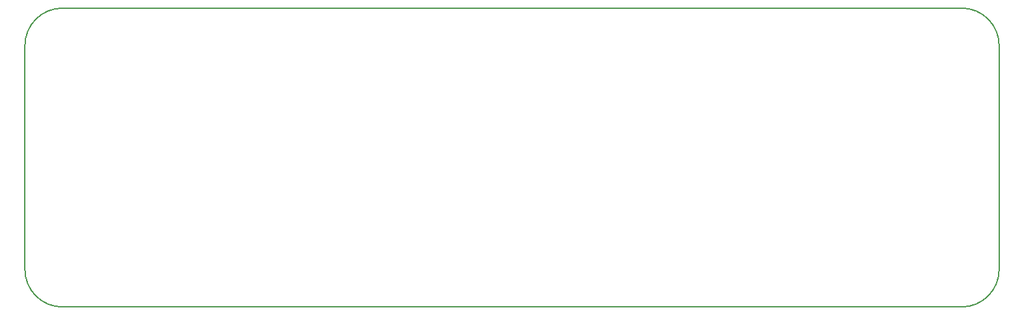
<source format=gbr>
G04 #@! TF.GenerationSoftware,KiCad,Pcbnew,5.0.2+dfsg1-1*
G04 #@! TF.CreationDate,2020-06-21T14:15:28-04:00*
G04 #@! TF.ProjectId,powerpoledist,706f7765-7270-46f6-9c65-646973742e6b,rev?*
G04 #@! TF.SameCoordinates,Original*
G04 #@! TF.FileFunction,Profile,NP*
%FSLAX46Y46*%
G04 Gerber Fmt 4.6, Leading zero omitted, Abs format (unit mm)*
G04 Created by KiCad (PCBNEW 5.0.2+dfsg1-1) date Sun 21 Jun 2020 02:15:28 PM EDT*
%MOMM*%
%LPD*%
G01*
G04 APERTURE LIST*
%ADD10C,0.150000*%
G04 APERTURE END LIST*
D10*
X211000000Y-53000000D02*
X211000000Y-83000000D01*
X81000000Y-53000000D02*
X81000000Y-83000000D01*
X206000000Y-48000000D02*
G75*
G02X211000000Y-53000000I0J-5000000D01*
G01*
X211000000Y-83000000D02*
G75*
G02X206000000Y-88000000I-5000000J0D01*
G01*
X86000000Y-88000000D02*
G75*
G02X81000000Y-83000000I0J5000000D01*
G01*
X81000000Y-53000000D02*
G75*
G02X86000000Y-48000000I5000000J0D01*
G01*
X206000000Y-88000000D02*
X86000000Y-88000000D01*
X86000000Y-48000000D02*
X206000000Y-48000000D01*
M02*

</source>
